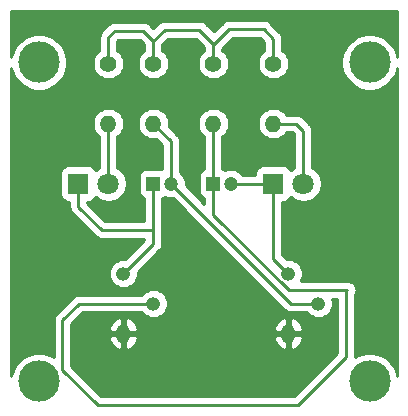
<source format=gbr>
%TF.GenerationSoftware,KiCad,Pcbnew,(5.1.12)-1*%
%TF.CreationDate,2023-08-26T20:17:23+05:30*%
%TF.ProjectId,flasher,666c6173-6865-4722-9e6b-696361645f70,rev?*%
%TF.SameCoordinates,Original*%
%TF.FileFunction,Copper,L2,Bot*%
%TF.FilePolarity,Positive*%
%FSLAX46Y46*%
G04 Gerber Fmt 4.6, Leading zero omitted, Abs format (unit mm)*
G04 Created by KiCad (PCBNEW (5.1.12)-1) date 2023-08-26 20:17:23*
%MOMM*%
%LPD*%
G01*
G04 APERTURE LIST*
%TA.AperFunction,ComponentPad*%
%ADD10O,1.400000X1.400000*%
%TD*%
%TA.AperFunction,ComponentPad*%
%ADD11C,1.400000*%
%TD*%
%TA.AperFunction,ComponentPad*%
%ADD12O,1.200000X1.200000*%
%TD*%
%TA.AperFunction,ComponentPad*%
%ADD13O,1.200000X1.600000*%
%TD*%
%TA.AperFunction,ComponentPad*%
%ADD14C,1.800000*%
%TD*%
%TA.AperFunction,ComponentPad*%
%ADD15R,1.800000X1.800000*%
%TD*%
%TA.AperFunction,ComponentPad*%
%ADD16C,1.200000*%
%TD*%
%TA.AperFunction,ComponentPad*%
%ADD17R,1.200000X1.200000*%
%TD*%
%TA.AperFunction,ViaPad*%
%ADD18C,3.500000*%
%TD*%
%TA.AperFunction,Conductor*%
%ADD19C,0.250000*%
%TD*%
%TA.AperFunction,Conductor*%
%ADD20C,0.254000*%
%TD*%
%TA.AperFunction,Conductor*%
%ADD21C,0.100000*%
%TD*%
G04 APERTURE END LIST*
D10*
%TO.P,R4,2*%
%TO.N,Net-(D2-Pad2)*%
X149860000Y-90170000D03*
D11*
%TO.P,R4,1*%
%TO.N,VCC*%
X149860000Y-85090000D03*
%TD*%
D10*
%TO.P,R3,2*%
%TO.N,Net-(C2-Pad1)*%
X144780000Y-90170000D03*
D11*
%TO.P,R3,1*%
%TO.N,VCC*%
X144780000Y-85090000D03*
%TD*%
D10*
%TO.P,R2,2*%
%TO.N,Net-(C1-Pad2)*%
X139700000Y-90170000D03*
D11*
%TO.P,R2,1*%
%TO.N,VCC*%
X139700000Y-85090000D03*
%TD*%
D10*
%TO.P,R1,2*%
%TO.N,Net-(D1-Pad2)*%
X135890000Y-90170000D03*
D11*
%TO.P,R1,1*%
%TO.N,VCC*%
X135890000Y-85090000D03*
%TD*%
D12*
%TO.P,Q2,3*%
%TO.N,Net-(C2-Pad2)*%
X151130000Y-102870000D03*
%TO.P,Q2,2*%
%TO.N,Net-(C1-Pad2)*%
X153670000Y-105410000D03*
D13*
%TO.P,Q2,1*%
%TO.N,Earth*%
X151130000Y-107950000D03*
%TD*%
D12*
%TO.P,Q1,3*%
%TO.N,Net-(C1-Pad1)*%
X137160000Y-102870000D03*
%TO.P,Q1,2*%
%TO.N,Net-(C2-Pad1)*%
X139700000Y-105410000D03*
D13*
%TO.P,Q1,1*%
%TO.N,Earth*%
X137160000Y-107950000D03*
%TD*%
D14*
%TO.P,D2,2*%
%TO.N,Net-(D2-Pad2)*%
X152400000Y-95250000D03*
D15*
%TO.P,D2,1*%
%TO.N,Net-(C2-Pad2)*%
X149860000Y-95250000D03*
%TD*%
D14*
%TO.P,D1,2*%
%TO.N,Net-(D1-Pad2)*%
X135890000Y-95250000D03*
D15*
%TO.P,D1,1*%
%TO.N,Net-(C1-Pad1)*%
X133350000Y-95250000D03*
%TD*%
D16*
%TO.P,C2,2*%
%TO.N,Net-(C2-Pad2)*%
X146280000Y-95250000D03*
D17*
%TO.P,C2,1*%
%TO.N,Net-(C2-Pad1)*%
X144780000Y-95250000D03*
%TD*%
D16*
%TO.P,C1,2*%
%TO.N,Net-(C1-Pad2)*%
X141200000Y-95250000D03*
D17*
%TO.P,C1,1*%
%TO.N,Net-(C1-Pad1)*%
X139700000Y-95250000D03*
%TD*%
D18*
%TO.N,*%
X158000000Y-85000000D03*
X158000000Y-112000000D03*
X130000000Y-85000000D03*
X130000000Y-112000000D03*
%TD*%
D19*
%TO.N,Net-(C1-Pad2)*%
X141200000Y-91670000D02*
X141200000Y-95250000D01*
X139700000Y-90170000D02*
X141200000Y-91670000D01*
X153670000Y-105410000D02*
X151360000Y-105410000D01*
X151360000Y-105410000D02*
X141200000Y-95250000D01*
%TO.N,Net-(C1-Pad1)*%
X139700000Y-100330000D02*
X137160000Y-102870000D01*
X133350000Y-95250000D02*
X133350000Y-97220000D01*
X133350000Y-97220000D02*
X135310000Y-99180000D01*
X139610000Y-99180000D02*
X139700000Y-99270000D01*
X135310000Y-99180000D02*
X139610000Y-99180000D01*
X139700000Y-99270000D02*
X139700000Y-100330000D01*
X139700000Y-95250000D02*
X139700000Y-99270000D01*
%TO.N,Net-(C2-Pad2)*%
X149860000Y-101600000D02*
X151130000Y-102870000D01*
X149860000Y-95250000D02*
X149860000Y-101600000D01*
X149860000Y-95250000D02*
X146280000Y-95250000D01*
%TO.N,Net-(C2-Pad1)*%
X144780000Y-90170000D02*
X144780000Y-95250000D01*
X151150998Y-104260000D02*
X144780000Y-97889002D01*
X156130000Y-104260000D02*
X151150998Y-104260000D01*
X156000000Y-109920000D02*
X156000000Y-104390000D01*
X151950000Y-113970000D02*
X156000000Y-109920000D01*
X134970000Y-113970000D02*
X151950000Y-113970000D01*
X156000000Y-104390000D02*
X156130000Y-104260000D01*
X132000000Y-111000000D02*
X134970000Y-113970000D01*
X132000000Y-106840000D02*
X132000000Y-111000000D01*
X133430000Y-105410000D02*
X132000000Y-106840000D01*
X144780000Y-97889002D02*
X144780000Y-95250000D01*
X139700000Y-105410000D02*
X133430000Y-105410000D01*
%TO.N,Net-(D1-Pad2)*%
X135890000Y-90170000D02*
X135890000Y-95250000D01*
%TO.N,Net-(D2-Pad2)*%
X151800000Y-90170000D02*
X152400000Y-90770000D01*
X152400000Y-90770000D02*
X152400000Y-95250000D01*
X149860000Y-90170000D02*
X151800000Y-90170000D01*
%TO.N,Earth*%
X151130000Y-107950000D02*
X151130000Y-110760000D01*
X151130000Y-110760000D02*
X148700000Y-113190000D01*
X148700000Y-113190000D02*
X139680000Y-113190000D01*
X137160000Y-110670000D02*
X137160000Y-107950000D01*
X139680000Y-113190000D02*
X137160000Y-110670000D01*
%TO.N,VCC*%
X144780000Y-83510000D02*
X144780000Y-85090000D01*
X146140000Y-82150000D02*
X144780000Y-83510000D01*
X149020000Y-82150000D02*
X146140000Y-82150000D01*
X149860000Y-82990000D02*
X149020000Y-82150000D01*
X149860000Y-85090000D02*
X149860000Y-82990000D01*
X144780000Y-83510000D02*
X144780000Y-83400000D01*
X144780000Y-83400000D02*
X143600000Y-82220000D01*
X143600000Y-82220000D02*
X140640000Y-82220000D01*
X139700000Y-83160000D02*
X139700000Y-85090000D01*
X140640000Y-82220000D02*
X139700000Y-83160000D01*
X138850000Y-82310000D02*
X139700000Y-83160000D01*
X135890000Y-82830000D02*
X136410000Y-82310000D01*
X136410000Y-82310000D02*
X138850000Y-82310000D01*
X135890000Y-85090000D02*
X135890000Y-82830000D01*
%TD*%
D20*
%TO.N,Earth*%
X160340000Y-84538867D02*
X160293346Y-84304321D01*
X160113560Y-83870279D01*
X159852550Y-83479651D01*
X159520349Y-83147450D01*
X159129721Y-82886440D01*
X158695679Y-82706654D01*
X158234902Y-82615000D01*
X157765098Y-82615000D01*
X157304321Y-82706654D01*
X156870279Y-82886440D01*
X156479651Y-83147450D01*
X156147450Y-83479651D01*
X155886440Y-83870279D01*
X155706654Y-84304321D01*
X155615000Y-84765098D01*
X155615000Y-85234902D01*
X155706654Y-85695679D01*
X155886440Y-86129721D01*
X156147450Y-86520349D01*
X156479651Y-86852550D01*
X156870279Y-87113560D01*
X157304321Y-87293346D01*
X157765098Y-87385000D01*
X158234902Y-87385000D01*
X158695679Y-87293346D01*
X159129721Y-87113560D01*
X159520349Y-86852550D01*
X159852550Y-86520349D01*
X160113560Y-86129721D01*
X160293346Y-85695679D01*
X160340000Y-85461133D01*
X160340001Y-111538872D01*
X160293346Y-111304321D01*
X160113560Y-110870279D01*
X159852550Y-110479651D01*
X159520349Y-110147450D01*
X159129721Y-109886440D01*
X158695679Y-109706654D01*
X158234902Y-109615000D01*
X157765098Y-109615000D01*
X157304321Y-109706654D01*
X156870279Y-109886440D01*
X156759706Y-109960323D01*
X156760000Y-109957333D01*
X156760000Y-109957323D01*
X156763676Y-109920000D01*
X156760000Y-109882677D01*
X156760000Y-104690337D01*
X156764974Y-104684276D01*
X156835546Y-104552247D01*
X156879003Y-104408986D01*
X156893677Y-104260000D01*
X156879003Y-104111014D01*
X156835546Y-103967753D01*
X156764974Y-103835724D01*
X156670001Y-103719999D01*
X156554276Y-103625026D01*
X156422247Y-103554454D01*
X156278986Y-103510997D01*
X156167333Y-103500000D01*
X156167325Y-103500000D01*
X156130000Y-103496324D01*
X156092675Y-103500000D01*
X152194370Y-103500000D01*
X152224443Y-103454992D01*
X152317540Y-103230236D01*
X152365000Y-102991637D01*
X152365000Y-102748363D01*
X152317540Y-102509764D01*
X152224443Y-102285008D01*
X152089287Y-102082733D01*
X151917267Y-101910713D01*
X151714992Y-101775557D01*
X151490236Y-101682460D01*
X151251637Y-101635000D01*
X151008363Y-101635000D01*
X150976199Y-101641398D01*
X150620000Y-101285199D01*
X150620000Y-96788072D01*
X150760000Y-96788072D01*
X150884482Y-96775812D01*
X151004180Y-96739502D01*
X151114494Y-96680537D01*
X151211185Y-96601185D01*
X151290537Y-96504494D01*
X151349502Y-96394180D01*
X151355056Y-96375873D01*
X151421495Y-96442312D01*
X151672905Y-96610299D01*
X151952257Y-96726011D01*
X152248816Y-96785000D01*
X152551184Y-96785000D01*
X152847743Y-96726011D01*
X153127095Y-96610299D01*
X153378505Y-96442312D01*
X153592312Y-96228505D01*
X153760299Y-95977095D01*
X153876011Y-95697743D01*
X153935000Y-95401184D01*
X153935000Y-95098816D01*
X153876011Y-94802257D01*
X153760299Y-94522905D01*
X153592312Y-94271495D01*
X153378505Y-94057688D01*
X153160000Y-93911687D01*
X153160000Y-90807322D01*
X153163676Y-90769999D01*
X153160000Y-90732676D01*
X153160000Y-90732667D01*
X153149003Y-90621014D01*
X153105546Y-90477753D01*
X153034975Y-90345725D01*
X153034974Y-90345723D01*
X152963799Y-90258997D01*
X152940001Y-90229999D01*
X152911004Y-90206202D01*
X152363803Y-89659002D01*
X152340001Y-89629999D01*
X152224276Y-89535026D01*
X152092247Y-89464454D01*
X151948986Y-89420997D01*
X151837333Y-89410000D01*
X151837322Y-89410000D01*
X151800000Y-89406324D01*
X151762678Y-89410000D01*
X150957775Y-89410000D01*
X150896962Y-89318987D01*
X150711013Y-89133038D01*
X150492359Y-88986939D01*
X150249405Y-88886304D01*
X149991486Y-88835000D01*
X149728514Y-88835000D01*
X149470595Y-88886304D01*
X149227641Y-88986939D01*
X149008987Y-89133038D01*
X148823038Y-89318987D01*
X148676939Y-89537641D01*
X148576304Y-89780595D01*
X148525000Y-90038514D01*
X148525000Y-90301486D01*
X148576304Y-90559405D01*
X148676939Y-90802359D01*
X148823038Y-91021013D01*
X149008987Y-91206962D01*
X149227641Y-91353061D01*
X149470595Y-91453696D01*
X149728514Y-91505000D01*
X149991486Y-91505000D01*
X150249405Y-91453696D01*
X150492359Y-91353061D01*
X150711013Y-91206962D01*
X150896962Y-91021013D01*
X150957775Y-90930000D01*
X151485199Y-90930000D01*
X151640000Y-91084802D01*
X151640001Y-93911687D01*
X151421495Y-94057688D01*
X151355056Y-94124127D01*
X151349502Y-94105820D01*
X151290537Y-93995506D01*
X151211185Y-93898815D01*
X151114494Y-93819463D01*
X151004180Y-93760498D01*
X150884482Y-93724188D01*
X150760000Y-93711928D01*
X148960000Y-93711928D01*
X148835518Y-93724188D01*
X148715820Y-93760498D01*
X148605506Y-93819463D01*
X148508815Y-93898815D01*
X148429463Y-93995506D01*
X148370498Y-94105820D01*
X148334188Y-94225518D01*
X148321928Y-94350000D01*
X148321928Y-94490000D01*
X147257506Y-94490000D01*
X147239287Y-94462733D01*
X147067267Y-94290713D01*
X146864992Y-94155557D01*
X146640236Y-94062460D01*
X146401637Y-94015000D01*
X146158363Y-94015000D01*
X145919764Y-94062460D01*
X145750478Y-94132581D01*
X145734494Y-94119463D01*
X145624180Y-94060498D01*
X145540000Y-94034962D01*
X145540000Y-91267775D01*
X145631013Y-91206962D01*
X145816962Y-91021013D01*
X145963061Y-90802359D01*
X146063696Y-90559405D01*
X146115000Y-90301486D01*
X146115000Y-90038514D01*
X146063696Y-89780595D01*
X145963061Y-89537641D01*
X145816962Y-89318987D01*
X145631013Y-89133038D01*
X145412359Y-88986939D01*
X145169405Y-88886304D01*
X144911486Y-88835000D01*
X144648514Y-88835000D01*
X144390595Y-88886304D01*
X144147641Y-88986939D01*
X143928987Y-89133038D01*
X143743038Y-89318987D01*
X143596939Y-89537641D01*
X143496304Y-89780595D01*
X143445000Y-90038514D01*
X143445000Y-90301486D01*
X143496304Y-90559405D01*
X143596939Y-90802359D01*
X143743038Y-91021013D01*
X143928987Y-91206962D01*
X144020000Y-91267775D01*
X144020001Y-94034962D01*
X143935820Y-94060498D01*
X143825506Y-94119463D01*
X143728815Y-94198815D01*
X143649463Y-94295506D01*
X143590498Y-94405820D01*
X143554188Y-94525518D01*
X143541928Y-94650000D01*
X143541928Y-95850000D01*
X143554188Y-95974482D01*
X143590498Y-96094180D01*
X143649463Y-96204494D01*
X143728815Y-96301185D01*
X143825506Y-96380537D01*
X143935820Y-96439502D01*
X144020001Y-96465038D01*
X144020000Y-96995199D01*
X142428602Y-95403801D01*
X142435000Y-95371637D01*
X142435000Y-95128363D01*
X142387540Y-94889764D01*
X142294443Y-94665008D01*
X142159287Y-94462733D01*
X141987267Y-94290713D01*
X141960000Y-94272494D01*
X141960000Y-91707322D01*
X141963676Y-91669999D01*
X141960000Y-91632676D01*
X141960000Y-91632667D01*
X141949003Y-91521014D01*
X141905546Y-91377753D01*
X141834974Y-91245724D01*
X141740001Y-91129999D01*
X141711004Y-91106202D01*
X141013645Y-90408843D01*
X141035000Y-90301486D01*
X141035000Y-90038514D01*
X140983696Y-89780595D01*
X140883061Y-89537641D01*
X140736962Y-89318987D01*
X140551013Y-89133038D01*
X140332359Y-88986939D01*
X140089405Y-88886304D01*
X139831486Y-88835000D01*
X139568514Y-88835000D01*
X139310595Y-88886304D01*
X139067641Y-88986939D01*
X138848987Y-89133038D01*
X138663038Y-89318987D01*
X138516939Y-89537641D01*
X138416304Y-89780595D01*
X138365000Y-90038514D01*
X138365000Y-90301486D01*
X138416304Y-90559405D01*
X138516939Y-90802359D01*
X138663038Y-91021013D01*
X138848987Y-91206962D01*
X139067641Y-91353061D01*
X139310595Y-91453696D01*
X139568514Y-91505000D01*
X139831486Y-91505000D01*
X139938843Y-91483645D01*
X140440000Y-91984802D01*
X140440001Y-94028896D01*
X140424482Y-94024188D01*
X140300000Y-94011928D01*
X139100000Y-94011928D01*
X138975518Y-94024188D01*
X138855820Y-94060498D01*
X138745506Y-94119463D01*
X138648815Y-94198815D01*
X138569463Y-94295506D01*
X138510498Y-94405820D01*
X138474188Y-94525518D01*
X138461928Y-94650000D01*
X138461928Y-95850000D01*
X138474188Y-95974482D01*
X138510498Y-96094180D01*
X138569463Y-96204494D01*
X138648815Y-96301185D01*
X138745506Y-96380537D01*
X138855820Y-96439502D01*
X138940000Y-96465038D01*
X138940001Y-98420000D01*
X135624802Y-98420000D01*
X134110000Y-96905199D01*
X134110000Y-96788072D01*
X134250000Y-96788072D01*
X134374482Y-96775812D01*
X134494180Y-96739502D01*
X134604494Y-96680537D01*
X134701185Y-96601185D01*
X134780537Y-96504494D01*
X134839502Y-96394180D01*
X134845056Y-96375873D01*
X134911495Y-96442312D01*
X135162905Y-96610299D01*
X135442257Y-96726011D01*
X135738816Y-96785000D01*
X136041184Y-96785000D01*
X136337743Y-96726011D01*
X136617095Y-96610299D01*
X136868505Y-96442312D01*
X137082312Y-96228505D01*
X137250299Y-95977095D01*
X137366011Y-95697743D01*
X137425000Y-95401184D01*
X137425000Y-95098816D01*
X137366011Y-94802257D01*
X137250299Y-94522905D01*
X137082312Y-94271495D01*
X136868505Y-94057688D01*
X136650000Y-93911687D01*
X136650000Y-91267775D01*
X136741013Y-91206962D01*
X136926962Y-91021013D01*
X137073061Y-90802359D01*
X137173696Y-90559405D01*
X137225000Y-90301486D01*
X137225000Y-90038514D01*
X137173696Y-89780595D01*
X137073061Y-89537641D01*
X136926962Y-89318987D01*
X136741013Y-89133038D01*
X136522359Y-88986939D01*
X136279405Y-88886304D01*
X136021486Y-88835000D01*
X135758514Y-88835000D01*
X135500595Y-88886304D01*
X135257641Y-88986939D01*
X135038987Y-89133038D01*
X134853038Y-89318987D01*
X134706939Y-89537641D01*
X134606304Y-89780595D01*
X134555000Y-90038514D01*
X134555000Y-90301486D01*
X134606304Y-90559405D01*
X134706939Y-90802359D01*
X134853038Y-91021013D01*
X135038987Y-91206962D01*
X135130000Y-91267775D01*
X135130001Y-93911687D01*
X134911495Y-94057688D01*
X134845056Y-94124127D01*
X134839502Y-94105820D01*
X134780537Y-93995506D01*
X134701185Y-93898815D01*
X134604494Y-93819463D01*
X134494180Y-93760498D01*
X134374482Y-93724188D01*
X134250000Y-93711928D01*
X132450000Y-93711928D01*
X132325518Y-93724188D01*
X132205820Y-93760498D01*
X132095506Y-93819463D01*
X131998815Y-93898815D01*
X131919463Y-93995506D01*
X131860498Y-94105820D01*
X131824188Y-94225518D01*
X131811928Y-94350000D01*
X131811928Y-96150000D01*
X131824188Y-96274482D01*
X131860498Y-96394180D01*
X131919463Y-96504494D01*
X131998815Y-96601185D01*
X132095506Y-96680537D01*
X132205820Y-96739502D01*
X132325518Y-96775812D01*
X132450000Y-96788072D01*
X132590001Y-96788072D01*
X132590001Y-97182668D01*
X132586324Y-97220000D01*
X132600998Y-97368985D01*
X132644454Y-97512246D01*
X132715026Y-97644276D01*
X132786201Y-97731002D01*
X132810000Y-97760001D01*
X132838998Y-97783799D01*
X134746200Y-99691002D01*
X134769999Y-99720001D01*
X134798997Y-99743799D01*
X134885724Y-99814974D01*
X135017753Y-99885546D01*
X135161014Y-99929003D01*
X135310000Y-99943677D01*
X135347333Y-99940000D01*
X138940001Y-99940000D01*
X138940001Y-100015197D01*
X137313801Y-101641398D01*
X137281637Y-101635000D01*
X137038363Y-101635000D01*
X136799764Y-101682460D01*
X136575008Y-101775557D01*
X136372733Y-101910713D01*
X136200713Y-102082733D01*
X136065557Y-102285008D01*
X135972460Y-102509764D01*
X135925000Y-102748363D01*
X135925000Y-102991637D01*
X135972460Y-103230236D01*
X136065557Y-103454992D01*
X136200713Y-103657267D01*
X136372733Y-103829287D01*
X136575008Y-103964443D01*
X136799764Y-104057540D01*
X137038363Y-104105000D01*
X137281637Y-104105000D01*
X137520236Y-104057540D01*
X137744992Y-103964443D01*
X137947267Y-103829287D01*
X138119287Y-103657267D01*
X138254443Y-103454992D01*
X138347540Y-103230236D01*
X138395000Y-102991637D01*
X138395000Y-102748363D01*
X138388602Y-102716199D01*
X140211008Y-100893795D01*
X140240001Y-100870001D01*
X140263795Y-100841008D01*
X140263799Y-100841004D01*
X140334973Y-100754277D01*
X140334974Y-100754276D01*
X140405546Y-100622247D01*
X140449003Y-100478986D01*
X140460000Y-100367333D01*
X140460000Y-100367324D01*
X140463676Y-100330001D01*
X140460000Y-100292678D01*
X140460000Y-99307322D01*
X140463676Y-99269999D01*
X140460000Y-99232677D01*
X140460000Y-96465038D01*
X140544180Y-96439502D01*
X140654494Y-96380537D01*
X140670478Y-96367419D01*
X140839764Y-96437540D01*
X141078363Y-96485000D01*
X141321637Y-96485000D01*
X141353801Y-96478602D01*
X150796201Y-105921003D01*
X150819999Y-105950001D01*
X150935724Y-106044974D01*
X151067753Y-106115546D01*
X151211014Y-106159003D01*
X151322667Y-106170000D01*
X151322675Y-106170000D01*
X151360000Y-106173676D01*
X151397325Y-106170000D01*
X152692494Y-106170000D01*
X152710713Y-106197267D01*
X152882733Y-106369287D01*
X153085008Y-106504443D01*
X153309764Y-106597540D01*
X153548363Y-106645000D01*
X153791637Y-106645000D01*
X154030236Y-106597540D01*
X154254992Y-106504443D01*
X154457267Y-106369287D01*
X154629287Y-106197267D01*
X154764443Y-105994992D01*
X154857540Y-105770236D01*
X154905000Y-105531637D01*
X154905000Y-105288363D01*
X154857540Y-105049764D01*
X154845211Y-105020000D01*
X155240001Y-105020000D01*
X155240000Y-109605198D01*
X151635199Y-113210000D01*
X135284802Y-113210000D01*
X132760000Y-110685199D01*
X132760000Y-108271681D01*
X135925087Y-108271681D01*
X135972554Y-108510263D01*
X136065654Y-108735000D01*
X136200809Y-108937256D01*
X136372826Y-109109258D01*
X136575093Y-109244396D01*
X136799838Y-109337477D01*
X136842391Y-109343462D01*
X137033000Y-109218731D01*
X137033000Y-108077000D01*
X137287000Y-108077000D01*
X137287000Y-109218731D01*
X137477609Y-109343462D01*
X137520162Y-109337477D01*
X137744907Y-109244396D01*
X137947174Y-109109258D01*
X138119191Y-108937256D01*
X138254346Y-108735000D01*
X138347446Y-108510263D01*
X138394913Y-108271681D01*
X149895087Y-108271681D01*
X149942554Y-108510263D01*
X150035654Y-108735000D01*
X150170809Y-108937256D01*
X150342826Y-109109258D01*
X150545093Y-109244396D01*
X150769838Y-109337477D01*
X150812391Y-109343462D01*
X151003000Y-109218731D01*
X151003000Y-108077000D01*
X151257000Y-108077000D01*
X151257000Y-109218731D01*
X151447609Y-109343462D01*
X151490162Y-109337477D01*
X151714907Y-109244396D01*
X151917174Y-109109258D01*
X152089191Y-108937256D01*
X152224346Y-108735000D01*
X152317446Y-108510263D01*
X152364913Y-108271681D01*
X152209994Y-108077000D01*
X151257000Y-108077000D01*
X151003000Y-108077000D01*
X150050006Y-108077000D01*
X149895087Y-108271681D01*
X138394913Y-108271681D01*
X138239994Y-108077000D01*
X137287000Y-108077000D01*
X137033000Y-108077000D01*
X136080006Y-108077000D01*
X135925087Y-108271681D01*
X132760000Y-108271681D01*
X132760000Y-107628319D01*
X135925087Y-107628319D01*
X136080006Y-107823000D01*
X137033000Y-107823000D01*
X137033000Y-106681269D01*
X137287000Y-106681269D01*
X137287000Y-107823000D01*
X138239994Y-107823000D01*
X138394913Y-107628319D01*
X149895087Y-107628319D01*
X150050006Y-107823000D01*
X151003000Y-107823000D01*
X151003000Y-106681269D01*
X151257000Y-106681269D01*
X151257000Y-107823000D01*
X152209994Y-107823000D01*
X152364913Y-107628319D01*
X152317446Y-107389737D01*
X152224346Y-107165000D01*
X152089191Y-106962744D01*
X151917174Y-106790742D01*
X151714907Y-106655604D01*
X151490162Y-106562523D01*
X151447609Y-106556538D01*
X151257000Y-106681269D01*
X151003000Y-106681269D01*
X150812391Y-106556538D01*
X150769838Y-106562523D01*
X150545093Y-106655604D01*
X150342826Y-106790742D01*
X150170809Y-106962744D01*
X150035654Y-107165000D01*
X149942554Y-107389737D01*
X149895087Y-107628319D01*
X138394913Y-107628319D01*
X138347446Y-107389737D01*
X138254346Y-107165000D01*
X138119191Y-106962744D01*
X137947174Y-106790742D01*
X137744907Y-106655604D01*
X137520162Y-106562523D01*
X137477609Y-106556538D01*
X137287000Y-106681269D01*
X137033000Y-106681269D01*
X136842391Y-106556538D01*
X136799838Y-106562523D01*
X136575093Y-106655604D01*
X136372826Y-106790742D01*
X136200809Y-106962744D01*
X136065654Y-107165000D01*
X135972554Y-107389737D01*
X135925087Y-107628319D01*
X132760000Y-107628319D01*
X132760000Y-107154801D01*
X133744803Y-106170000D01*
X138722494Y-106170000D01*
X138740713Y-106197267D01*
X138912733Y-106369287D01*
X139115008Y-106504443D01*
X139339764Y-106597540D01*
X139578363Y-106645000D01*
X139821637Y-106645000D01*
X140060236Y-106597540D01*
X140284992Y-106504443D01*
X140487267Y-106369287D01*
X140659287Y-106197267D01*
X140794443Y-105994992D01*
X140887540Y-105770236D01*
X140935000Y-105531637D01*
X140935000Y-105288363D01*
X140887540Y-105049764D01*
X140794443Y-104825008D01*
X140659287Y-104622733D01*
X140487267Y-104450713D01*
X140284992Y-104315557D01*
X140060236Y-104222460D01*
X139821637Y-104175000D01*
X139578363Y-104175000D01*
X139339764Y-104222460D01*
X139115008Y-104315557D01*
X138912733Y-104450713D01*
X138740713Y-104622733D01*
X138722494Y-104650000D01*
X133467322Y-104650000D01*
X133429999Y-104646324D01*
X133392676Y-104650000D01*
X133392667Y-104650000D01*
X133281014Y-104660997D01*
X133137753Y-104704454D01*
X133005724Y-104775026D01*
X133005722Y-104775027D01*
X133005723Y-104775027D01*
X132918996Y-104846201D01*
X132918992Y-104846205D01*
X132889999Y-104869999D01*
X132866205Y-104898992D01*
X131489002Y-106276197D01*
X131459999Y-106299999D01*
X131404871Y-106367174D01*
X131365026Y-106415724D01*
X131294455Y-106547753D01*
X131294454Y-106547754D01*
X131250997Y-106691015D01*
X131240000Y-106802668D01*
X131240000Y-106802678D01*
X131236324Y-106840000D01*
X131240000Y-106877323D01*
X131240001Y-109960127D01*
X131129721Y-109886440D01*
X130695679Y-109706654D01*
X130234902Y-109615000D01*
X129765098Y-109615000D01*
X129304321Y-109706654D01*
X128870279Y-109886440D01*
X128479651Y-110147450D01*
X128147450Y-110479651D01*
X127886440Y-110870279D01*
X127706654Y-111304321D01*
X127660000Y-111538867D01*
X127660000Y-85461133D01*
X127706654Y-85695679D01*
X127886440Y-86129721D01*
X128147450Y-86520349D01*
X128479651Y-86852550D01*
X128870279Y-87113560D01*
X129304321Y-87293346D01*
X129765098Y-87385000D01*
X130234902Y-87385000D01*
X130695679Y-87293346D01*
X131129721Y-87113560D01*
X131520349Y-86852550D01*
X131852550Y-86520349D01*
X132113560Y-86129721D01*
X132293346Y-85695679D01*
X132385000Y-85234902D01*
X132385000Y-84958514D01*
X134555000Y-84958514D01*
X134555000Y-85221486D01*
X134606304Y-85479405D01*
X134706939Y-85722359D01*
X134853038Y-85941013D01*
X135038987Y-86126962D01*
X135257641Y-86273061D01*
X135500595Y-86373696D01*
X135758514Y-86425000D01*
X136021486Y-86425000D01*
X136279405Y-86373696D01*
X136522359Y-86273061D01*
X136741013Y-86126962D01*
X136926962Y-85941013D01*
X137073061Y-85722359D01*
X137173696Y-85479405D01*
X137225000Y-85221486D01*
X137225000Y-84958514D01*
X137173696Y-84700595D01*
X137073061Y-84457641D01*
X136926962Y-84238987D01*
X136741013Y-84053038D01*
X136650000Y-83992225D01*
X136650000Y-83144801D01*
X136724802Y-83070000D01*
X138535199Y-83070000D01*
X138940000Y-83474802D01*
X138940000Y-83992225D01*
X138848987Y-84053038D01*
X138663038Y-84238987D01*
X138516939Y-84457641D01*
X138416304Y-84700595D01*
X138365000Y-84958514D01*
X138365000Y-85221486D01*
X138416304Y-85479405D01*
X138516939Y-85722359D01*
X138663038Y-85941013D01*
X138848987Y-86126962D01*
X139067641Y-86273061D01*
X139310595Y-86373696D01*
X139568514Y-86425000D01*
X139831486Y-86425000D01*
X140089405Y-86373696D01*
X140332359Y-86273061D01*
X140551013Y-86126962D01*
X140736962Y-85941013D01*
X140883061Y-85722359D01*
X140983696Y-85479405D01*
X141035000Y-85221486D01*
X141035000Y-84958514D01*
X140983696Y-84700595D01*
X140883061Y-84457641D01*
X140736962Y-84238987D01*
X140551013Y-84053038D01*
X140460000Y-83992225D01*
X140460000Y-83474801D01*
X140954802Y-82980000D01*
X143285199Y-82980000D01*
X144020000Y-83714802D01*
X144020000Y-83992225D01*
X143928987Y-84053038D01*
X143743038Y-84238987D01*
X143596939Y-84457641D01*
X143496304Y-84700595D01*
X143445000Y-84958514D01*
X143445000Y-85221486D01*
X143496304Y-85479405D01*
X143596939Y-85722359D01*
X143743038Y-85941013D01*
X143928987Y-86126962D01*
X144147641Y-86273061D01*
X144390595Y-86373696D01*
X144648514Y-86425000D01*
X144911486Y-86425000D01*
X145169405Y-86373696D01*
X145412359Y-86273061D01*
X145631013Y-86126962D01*
X145816962Y-85941013D01*
X145963061Y-85722359D01*
X146063696Y-85479405D01*
X146115000Y-85221486D01*
X146115000Y-84958514D01*
X146063696Y-84700595D01*
X145963061Y-84457641D01*
X145816962Y-84238987D01*
X145631013Y-84053038D01*
X145540000Y-83992225D01*
X145540000Y-83824801D01*
X146454803Y-82910000D01*
X148705198Y-82910000D01*
X149100001Y-83304803D01*
X149100001Y-83992225D01*
X149008987Y-84053038D01*
X148823038Y-84238987D01*
X148676939Y-84457641D01*
X148576304Y-84700595D01*
X148525000Y-84958514D01*
X148525000Y-85221486D01*
X148576304Y-85479405D01*
X148676939Y-85722359D01*
X148823038Y-85941013D01*
X149008987Y-86126962D01*
X149227641Y-86273061D01*
X149470595Y-86373696D01*
X149728514Y-86425000D01*
X149991486Y-86425000D01*
X150249405Y-86373696D01*
X150492359Y-86273061D01*
X150711013Y-86126962D01*
X150896962Y-85941013D01*
X151043061Y-85722359D01*
X151143696Y-85479405D01*
X151195000Y-85221486D01*
X151195000Y-84958514D01*
X151143696Y-84700595D01*
X151043061Y-84457641D01*
X150896962Y-84238987D01*
X150711013Y-84053038D01*
X150620000Y-83992225D01*
X150620000Y-83027322D01*
X150623676Y-82989999D01*
X150620000Y-82952676D01*
X150620000Y-82952667D01*
X150609003Y-82841014D01*
X150565546Y-82697753D01*
X150494974Y-82565724D01*
X150451086Y-82512246D01*
X150423799Y-82478996D01*
X150423795Y-82478992D01*
X150400001Y-82449999D01*
X150371008Y-82426205D01*
X149583803Y-81639002D01*
X149560001Y-81609999D01*
X149444276Y-81515026D01*
X149312247Y-81444454D01*
X149168986Y-81400997D01*
X149057333Y-81390000D01*
X149057322Y-81390000D01*
X149020000Y-81386324D01*
X148982678Y-81390000D01*
X146177322Y-81390000D01*
X146139999Y-81386324D01*
X146102676Y-81390000D01*
X146102667Y-81390000D01*
X145991014Y-81400997D01*
X145847753Y-81444454D01*
X145715724Y-81515026D01*
X145715722Y-81515027D01*
X145715723Y-81515027D01*
X145628996Y-81586201D01*
X145628992Y-81586205D01*
X145599999Y-81609999D01*
X145576205Y-81638992D01*
X144835000Y-82380198D01*
X144163804Y-81709003D01*
X144140001Y-81679999D01*
X144024276Y-81585026D01*
X143892247Y-81514454D01*
X143748986Y-81470997D01*
X143637333Y-81460000D01*
X143637322Y-81460000D01*
X143600000Y-81456324D01*
X143562678Y-81460000D01*
X140677325Y-81460000D01*
X140640000Y-81456324D01*
X140602675Y-81460000D01*
X140602667Y-81460000D01*
X140491014Y-81470997D01*
X140347753Y-81514454D01*
X140215724Y-81585026D01*
X140099999Y-81679999D01*
X140076201Y-81708997D01*
X139700000Y-82085199D01*
X139413803Y-81799002D01*
X139390001Y-81769999D01*
X139274276Y-81675026D01*
X139142247Y-81604454D01*
X138998986Y-81560997D01*
X138887333Y-81550000D01*
X138887322Y-81550000D01*
X138850000Y-81546324D01*
X138812678Y-81550000D01*
X136447322Y-81550000D01*
X136409999Y-81546324D01*
X136372676Y-81550000D01*
X136372667Y-81550000D01*
X136261014Y-81560997D01*
X136117753Y-81604454D01*
X135985723Y-81675026D01*
X135923948Y-81725724D01*
X135869999Y-81769999D01*
X135846200Y-81798998D01*
X135378998Y-82266201D01*
X135350000Y-82289999D01*
X135326202Y-82318997D01*
X135326201Y-82318998D01*
X135255026Y-82405724D01*
X135184454Y-82537754D01*
X135164891Y-82602247D01*
X135140998Y-82681014D01*
X135135609Y-82735725D01*
X135126324Y-82830000D01*
X135130001Y-82867332D01*
X135130000Y-83992225D01*
X135038987Y-84053038D01*
X134853038Y-84238987D01*
X134706939Y-84457641D01*
X134606304Y-84700595D01*
X134555000Y-84958514D01*
X132385000Y-84958514D01*
X132385000Y-84765098D01*
X132293346Y-84304321D01*
X132113560Y-83870279D01*
X131852550Y-83479651D01*
X131520349Y-83147450D01*
X131129721Y-82886440D01*
X130695679Y-82706654D01*
X130234902Y-82615000D01*
X129765098Y-82615000D01*
X129304321Y-82706654D01*
X128870279Y-82886440D01*
X128479651Y-83147450D01*
X128147450Y-83479651D01*
X127886440Y-83870279D01*
X127706654Y-84304321D01*
X127660000Y-84538867D01*
X127660000Y-80660000D01*
X160340000Y-80660000D01*
X160340000Y-84538867D01*
%TA.AperFunction,Conductor*%
D21*
G36*
X160340000Y-84538867D02*
G01*
X160293346Y-84304321D01*
X160113560Y-83870279D01*
X159852550Y-83479651D01*
X159520349Y-83147450D01*
X159129721Y-82886440D01*
X158695679Y-82706654D01*
X158234902Y-82615000D01*
X157765098Y-82615000D01*
X157304321Y-82706654D01*
X156870279Y-82886440D01*
X156479651Y-83147450D01*
X156147450Y-83479651D01*
X155886440Y-83870279D01*
X155706654Y-84304321D01*
X155615000Y-84765098D01*
X155615000Y-85234902D01*
X155706654Y-85695679D01*
X155886440Y-86129721D01*
X156147450Y-86520349D01*
X156479651Y-86852550D01*
X156870279Y-87113560D01*
X157304321Y-87293346D01*
X157765098Y-87385000D01*
X158234902Y-87385000D01*
X158695679Y-87293346D01*
X159129721Y-87113560D01*
X159520349Y-86852550D01*
X159852550Y-86520349D01*
X160113560Y-86129721D01*
X160293346Y-85695679D01*
X160340000Y-85461133D01*
X160340001Y-111538872D01*
X160293346Y-111304321D01*
X160113560Y-110870279D01*
X159852550Y-110479651D01*
X159520349Y-110147450D01*
X159129721Y-109886440D01*
X158695679Y-109706654D01*
X158234902Y-109615000D01*
X157765098Y-109615000D01*
X157304321Y-109706654D01*
X156870279Y-109886440D01*
X156759706Y-109960323D01*
X156760000Y-109957333D01*
X156760000Y-109957323D01*
X156763676Y-109920000D01*
X156760000Y-109882677D01*
X156760000Y-104690337D01*
X156764974Y-104684276D01*
X156835546Y-104552247D01*
X156879003Y-104408986D01*
X156893677Y-104260000D01*
X156879003Y-104111014D01*
X156835546Y-103967753D01*
X156764974Y-103835724D01*
X156670001Y-103719999D01*
X156554276Y-103625026D01*
X156422247Y-103554454D01*
X156278986Y-103510997D01*
X156167333Y-103500000D01*
X156167325Y-103500000D01*
X156130000Y-103496324D01*
X156092675Y-103500000D01*
X152194370Y-103500000D01*
X152224443Y-103454992D01*
X152317540Y-103230236D01*
X152365000Y-102991637D01*
X152365000Y-102748363D01*
X152317540Y-102509764D01*
X152224443Y-102285008D01*
X152089287Y-102082733D01*
X151917267Y-101910713D01*
X151714992Y-101775557D01*
X151490236Y-101682460D01*
X151251637Y-101635000D01*
X151008363Y-101635000D01*
X150976199Y-101641398D01*
X150620000Y-101285199D01*
X150620000Y-96788072D01*
X150760000Y-96788072D01*
X150884482Y-96775812D01*
X151004180Y-96739502D01*
X151114494Y-96680537D01*
X151211185Y-96601185D01*
X151290537Y-96504494D01*
X151349502Y-96394180D01*
X151355056Y-96375873D01*
X151421495Y-96442312D01*
X151672905Y-96610299D01*
X151952257Y-96726011D01*
X152248816Y-96785000D01*
X152551184Y-96785000D01*
X152847743Y-96726011D01*
X153127095Y-96610299D01*
X153378505Y-96442312D01*
X153592312Y-96228505D01*
X153760299Y-95977095D01*
X153876011Y-95697743D01*
X153935000Y-95401184D01*
X153935000Y-95098816D01*
X153876011Y-94802257D01*
X153760299Y-94522905D01*
X153592312Y-94271495D01*
X153378505Y-94057688D01*
X153160000Y-93911687D01*
X153160000Y-90807322D01*
X153163676Y-90769999D01*
X153160000Y-90732676D01*
X153160000Y-90732667D01*
X153149003Y-90621014D01*
X153105546Y-90477753D01*
X153034975Y-90345725D01*
X153034974Y-90345723D01*
X152963799Y-90258997D01*
X152940001Y-90229999D01*
X152911004Y-90206202D01*
X152363803Y-89659002D01*
X152340001Y-89629999D01*
X152224276Y-89535026D01*
X152092247Y-89464454D01*
X151948986Y-89420997D01*
X151837333Y-89410000D01*
X151837322Y-89410000D01*
X151800000Y-89406324D01*
X151762678Y-89410000D01*
X150957775Y-89410000D01*
X150896962Y-89318987D01*
X150711013Y-89133038D01*
X150492359Y-88986939D01*
X150249405Y-88886304D01*
X149991486Y-88835000D01*
X149728514Y-88835000D01*
X149470595Y-88886304D01*
X149227641Y-88986939D01*
X149008987Y-89133038D01*
X148823038Y-89318987D01*
X148676939Y-89537641D01*
X148576304Y-89780595D01*
X148525000Y-90038514D01*
X148525000Y-90301486D01*
X148576304Y-90559405D01*
X148676939Y-90802359D01*
X148823038Y-91021013D01*
X149008987Y-91206962D01*
X149227641Y-91353061D01*
X149470595Y-91453696D01*
X149728514Y-91505000D01*
X149991486Y-91505000D01*
X150249405Y-91453696D01*
X150492359Y-91353061D01*
X150711013Y-91206962D01*
X150896962Y-91021013D01*
X150957775Y-90930000D01*
X151485199Y-90930000D01*
X151640000Y-91084802D01*
X151640001Y-93911687D01*
X151421495Y-94057688D01*
X151355056Y-94124127D01*
X151349502Y-94105820D01*
X151290537Y-93995506D01*
X151211185Y-93898815D01*
X151114494Y-93819463D01*
X151004180Y-93760498D01*
X150884482Y-93724188D01*
X150760000Y-93711928D01*
X148960000Y-93711928D01*
X148835518Y-93724188D01*
X148715820Y-93760498D01*
X148605506Y-93819463D01*
X148508815Y-93898815D01*
X148429463Y-93995506D01*
X148370498Y-94105820D01*
X148334188Y-94225518D01*
X148321928Y-94350000D01*
X148321928Y-94490000D01*
X147257506Y-94490000D01*
X147239287Y-94462733D01*
X147067267Y-94290713D01*
X146864992Y-94155557D01*
X146640236Y-94062460D01*
X146401637Y-94015000D01*
X146158363Y-94015000D01*
X145919764Y-94062460D01*
X145750478Y-94132581D01*
X145734494Y-94119463D01*
X145624180Y-94060498D01*
X145540000Y-94034962D01*
X145540000Y-91267775D01*
X145631013Y-91206962D01*
X145816962Y-91021013D01*
X145963061Y-90802359D01*
X146063696Y-90559405D01*
X146115000Y-90301486D01*
X146115000Y-90038514D01*
X146063696Y-89780595D01*
X145963061Y-89537641D01*
X145816962Y-89318987D01*
X145631013Y-89133038D01*
X145412359Y-88986939D01*
X145169405Y-88886304D01*
X144911486Y-88835000D01*
X144648514Y-88835000D01*
X144390595Y-88886304D01*
X144147641Y-88986939D01*
X143928987Y-89133038D01*
X143743038Y-89318987D01*
X143596939Y-89537641D01*
X143496304Y-89780595D01*
X143445000Y-90038514D01*
X143445000Y-90301486D01*
X143496304Y-90559405D01*
X143596939Y-90802359D01*
X143743038Y-91021013D01*
X143928987Y-91206962D01*
X144020000Y-91267775D01*
X144020001Y-94034962D01*
X143935820Y-94060498D01*
X143825506Y-94119463D01*
X143728815Y-94198815D01*
X143649463Y-94295506D01*
X143590498Y-94405820D01*
X143554188Y-94525518D01*
X143541928Y-94650000D01*
X143541928Y-95850000D01*
X143554188Y-95974482D01*
X143590498Y-96094180D01*
X143649463Y-96204494D01*
X143728815Y-96301185D01*
X143825506Y-96380537D01*
X143935820Y-96439502D01*
X144020001Y-96465038D01*
X144020000Y-96995199D01*
X142428602Y-95403801D01*
X142435000Y-95371637D01*
X142435000Y-95128363D01*
X142387540Y-94889764D01*
X142294443Y-94665008D01*
X142159287Y-94462733D01*
X141987267Y-94290713D01*
X141960000Y-94272494D01*
X141960000Y-91707322D01*
X141963676Y-91669999D01*
X141960000Y-91632676D01*
X141960000Y-91632667D01*
X141949003Y-91521014D01*
X141905546Y-91377753D01*
X141834974Y-91245724D01*
X141740001Y-91129999D01*
X141711004Y-91106202D01*
X141013645Y-90408843D01*
X141035000Y-90301486D01*
X141035000Y-90038514D01*
X140983696Y-89780595D01*
X140883061Y-89537641D01*
X140736962Y-89318987D01*
X140551013Y-89133038D01*
X140332359Y-88986939D01*
X140089405Y-88886304D01*
X139831486Y-88835000D01*
X139568514Y-88835000D01*
X139310595Y-88886304D01*
X139067641Y-88986939D01*
X138848987Y-89133038D01*
X138663038Y-89318987D01*
X138516939Y-89537641D01*
X138416304Y-89780595D01*
X138365000Y-90038514D01*
X138365000Y-90301486D01*
X138416304Y-90559405D01*
X138516939Y-90802359D01*
X138663038Y-91021013D01*
X138848987Y-91206962D01*
X139067641Y-91353061D01*
X139310595Y-91453696D01*
X139568514Y-91505000D01*
X139831486Y-91505000D01*
X139938843Y-91483645D01*
X140440000Y-91984802D01*
X140440001Y-94028896D01*
X140424482Y-94024188D01*
X140300000Y-94011928D01*
X139100000Y-94011928D01*
X138975518Y-94024188D01*
X138855820Y-94060498D01*
X138745506Y-94119463D01*
X138648815Y-94198815D01*
X138569463Y-94295506D01*
X138510498Y-94405820D01*
X138474188Y-94525518D01*
X138461928Y-94650000D01*
X138461928Y-95850000D01*
X138474188Y-95974482D01*
X138510498Y-96094180D01*
X138569463Y-96204494D01*
X138648815Y-96301185D01*
X138745506Y-96380537D01*
X138855820Y-96439502D01*
X138940000Y-96465038D01*
X138940001Y-98420000D01*
X135624802Y-98420000D01*
X134110000Y-96905199D01*
X134110000Y-96788072D01*
X134250000Y-96788072D01*
X134374482Y-96775812D01*
X134494180Y-96739502D01*
X134604494Y-96680537D01*
X134701185Y-96601185D01*
X134780537Y-96504494D01*
X134839502Y-96394180D01*
X134845056Y-96375873D01*
X134911495Y-96442312D01*
X135162905Y-96610299D01*
X135442257Y-96726011D01*
X135738816Y-96785000D01*
X136041184Y-96785000D01*
X136337743Y-96726011D01*
X136617095Y-96610299D01*
X136868505Y-96442312D01*
X137082312Y-96228505D01*
X137250299Y-95977095D01*
X137366011Y-95697743D01*
X137425000Y-95401184D01*
X137425000Y-95098816D01*
X137366011Y-94802257D01*
X137250299Y-94522905D01*
X137082312Y-94271495D01*
X136868505Y-94057688D01*
X136650000Y-93911687D01*
X136650000Y-91267775D01*
X136741013Y-91206962D01*
X136926962Y-91021013D01*
X137073061Y-90802359D01*
X137173696Y-90559405D01*
X137225000Y-90301486D01*
X137225000Y-90038514D01*
X137173696Y-89780595D01*
X137073061Y-89537641D01*
X136926962Y-89318987D01*
X136741013Y-89133038D01*
X136522359Y-88986939D01*
X136279405Y-88886304D01*
X136021486Y-88835000D01*
X135758514Y-88835000D01*
X135500595Y-88886304D01*
X135257641Y-88986939D01*
X135038987Y-89133038D01*
X134853038Y-89318987D01*
X134706939Y-89537641D01*
X134606304Y-89780595D01*
X134555000Y-90038514D01*
X134555000Y-90301486D01*
X134606304Y-90559405D01*
X134706939Y-90802359D01*
X134853038Y-91021013D01*
X135038987Y-91206962D01*
X135130000Y-91267775D01*
X135130001Y-93911687D01*
X134911495Y-94057688D01*
X134845056Y-94124127D01*
X134839502Y-94105820D01*
X134780537Y-93995506D01*
X134701185Y-93898815D01*
X134604494Y-93819463D01*
X134494180Y-93760498D01*
X134374482Y-93724188D01*
X134250000Y-93711928D01*
X132450000Y-93711928D01*
X132325518Y-93724188D01*
X132205820Y-93760498D01*
X132095506Y-93819463D01*
X131998815Y-93898815D01*
X131919463Y-93995506D01*
X131860498Y-94105820D01*
X131824188Y-94225518D01*
X131811928Y-94350000D01*
X131811928Y-96150000D01*
X131824188Y-96274482D01*
X131860498Y-96394180D01*
X131919463Y-96504494D01*
X131998815Y-96601185D01*
X132095506Y-96680537D01*
X132205820Y-96739502D01*
X132325518Y-96775812D01*
X132450000Y-96788072D01*
X132590001Y-96788072D01*
X132590001Y-97182668D01*
X132586324Y-97220000D01*
X132600998Y-97368985D01*
X132644454Y-97512246D01*
X132715026Y-97644276D01*
X132786201Y-97731002D01*
X132810000Y-97760001D01*
X132838998Y-97783799D01*
X134746200Y-99691002D01*
X134769999Y-99720001D01*
X134798997Y-99743799D01*
X134885724Y-99814974D01*
X135017753Y-99885546D01*
X135161014Y-99929003D01*
X135310000Y-99943677D01*
X135347333Y-99940000D01*
X138940001Y-99940000D01*
X138940001Y-100015197D01*
X137313801Y-101641398D01*
X137281637Y-101635000D01*
X137038363Y-101635000D01*
X136799764Y-101682460D01*
X136575008Y-101775557D01*
X136372733Y-101910713D01*
X136200713Y-102082733D01*
X136065557Y-102285008D01*
X135972460Y-102509764D01*
X135925000Y-102748363D01*
X135925000Y-102991637D01*
X135972460Y-103230236D01*
X136065557Y-103454992D01*
X136200713Y-103657267D01*
X136372733Y-103829287D01*
X136575008Y-103964443D01*
X136799764Y-104057540D01*
X137038363Y-104105000D01*
X137281637Y-104105000D01*
X137520236Y-104057540D01*
X137744992Y-103964443D01*
X137947267Y-103829287D01*
X138119287Y-103657267D01*
X138254443Y-103454992D01*
X138347540Y-103230236D01*
X138395000Y-102991637D01*
X138395000Y-102748363D01*
X138388602Y-102716199D01*
X140211008Y-100893795D01*
X140240001Y-100870001D01*
X140263795Y-100841008D01*
X140263799Y-100841004D01*
X140334973Y-100754277D01*
X140334974Y-100754276D01*
X140405546Y-100622247D01*
X140449003Y-100478986D01*
X140460000Y-100367333D01*
X140460000Y-100367324D01*
X140463676Y-100330001D01*
X140460000Y-100292678D01*
X140460000Y-99307322D01*
X140463676Y-99269999D01*
X140460000Y-99232677D01*
X140460000Y-96465038D01*
X140544180Y-96439502D01*
X140654494Y-96380537D01*
X140670478Y-96367419D01*
X140839764Y-96437540D01*
X141078363Y-96485000D01*
X141321637Y-96485000D01*
X141353801Y-96478602D01*
X150796201Y-105921003D01*
X150819999Y-105950001D01*
X150935724Y-106044974D01*
X151067753Y-106115546D01*
X151211014Y-106159003D01*
X151322667Y-106170000D01*
X151322675Y-106170000D01*
X151360000Y-106173676D01*
X151397325Y-106170000D01*
X152692494Y-106170000D01*
X152710713Y-106197267D01*
X152882733Y-106369287D01*
X153085008Y-106504443D01*
X153309764Y-106597540D01*
X153548363Y-106645000D01*
X153791637Y-106645000D01*
X154030236Y-106597540D01*
X154254992Y-106504443D01*
X154457267Y-106369287D01*
X154629287Y-106197267D01*
X154764443Y-105994992D01*
X154857540Y-105770236D01*
X154905000Y-105531637D01*
X154905000Y-105288363D01*
X154857540Y-105049764D01*
X154845211Y-105020000D01*
X155240001Y-105020000D01*
X155240000Y-109605198D01*
X151635199Y-113210000D01*
X135284802Y-113210000D01*
X132760000Y-110685199D01*
X132760000Y-108271681D01*
X135925087Y-108271681D01*
X135972554Y-108510263D01*
X136065654Y-108735000D01*
X136200809Y-108937256D01*
X136372826Y-109109258D01*
X136575093Y-109244396D01*
X136799838Y-109337477D01*
X136842391Y-109343462D01*
X137033000Y-109218731D01*
X137033000Y-108077000D01*
X137287000Y-108077000D01*
X137287000Y-109218731D01*
X137477609Y-109343462D01*
X137520162Y-109337477D01*
X137744907Y-109244396D01*
X137947174Y-109109258D01*
X138119191Y-108937256D01*
X138254346Y-108735000D01*
X138347446Y-108510263D01*
X138394913Y-108271681D01*
X149895087Y-108271681D01*
X149942554Y-108510263D01*
X150035654Y-108735000D01*
X150170809Y-108937256D01*
X150342826Y-109109258D01*
X150545093Y-109244396D01*
X150769838Y-109337477D01*
X150812391Y-109343462D01*
X151003000Y-109218731D01*
X151003000Y-108077000D01*
X151257000Y-108077000D01*
X151257000Y-109218731D01*
X151447609Y-109343462D01*
X151490162Y-109337477D01*
X151714907Y-109244396D01*
X151917174Y-109109258D01*
X152089191Y-108937256D01*
X152224346Y-108735000D01*
X152317446Y-108510263D01*
X152364913Y-108271681D01*
X152209994Y-108077000D01*
X151257000Y-108077000D01*
X151003000Y-108077000D01*
X150050006Y-108077000D01*
X149895087Y-108271681D01*
X138394913Y-108271681D01*
X138239994Y-108077000D01*
X137287000Y-108077000D01*
X137033000Y-108077000D01*
X136080006Y-108077000D01*
X135925087Y-108271681D01*
X132760000Y-108271681D01*
X132760000Y-107628319D01*
X135925087Y-107628319D01*
X136080006Y-107823000D01*
X137033000Y-107823000D01*
X137033000Y-106681269D01*
X137287000Y-106681269D01*
X137287000Y-107823000D01*
X138239994Y-107823000D01*
X138394913Y-107628319D01*
X149895087Y-107628319D01*
X150050006Y-107823000D01*
X151003000Y-107823000D01*
X151003000Y-106681269D01*
X151257000Y-106681269D01*
X151257000Y-107823000D01*
X152209994Y-107823000D01*
X152364913Y-107628319D01*
X152317446Y-107389737D01*
X152224346Y-107165000D01*
X152089191Y-106962744D01*
X151917174Y-106790742D01*
X151714907Y-106655604D01*
X151490162Y-106562523D01*
X151447609Y-106556538D01*
X151257000Y-106681269D01*
X151003000Y-106681269D01*
X150812391Y-106556538D01*
X150769838Y-106562523D01*
X150545093Y-106655604D01*
X150342826Y-106790742D01*
X150170809Y-106962744D01*
X150035654Y-107165000D01*
X149942554Y-107389737D01*
X149895087Y-107628319D01*
X138394913Y-107628319D01*
X138347446Y-107389737D01*
X138254346Y-107165000D01*
X138119191Y-106962744D01*
X137947174Y-106790742D01*
X137744907Y-106655604D01*
X137520162Y-106562523D01*
X137477609Y-106556538D01*
X137287000Y-106681269D01*
X137033000Y-106681269D01*
X136842391Y-106556538D01*
X136799838Y-106562523D01*
X136575093Y-106655604D01*
X136372826Y-106790742D01*
X136200809Y-106962744D01*
X136065654Y-107165000D01*
X135972554Y-107389737D01*
X135925087Y-107628319D01*
X132760000Y-107628319D01*
X132760000Y-107154801D01*
X133744803Y-106170000D01*
X138722494Y-106170000D01*
X138740713Y-106197267D01*
X138912733Y-106369287D01*
X139115008Y-106504443D01*
X139339764Y-106597540D01*
X139578363Y-106645000D01*
X139821637Y-106645000D01*
X140060236Y-106597540D01*
X140284992Y-106504443D01*
X140487267Y-106369287D01*
X140659287Y-106197267D01*
X140794443Y-105994992D01*
X140887540Y-105770236D01*
X140935000Y-105531637D01*
X140935000Y-105288363D01*
X140887540Y-105049764D01*
X140794443Y-104825008D01*
X140659287Y-104622733D01*
X140487267Y-104450713D01*
X140284992Y-104315557D01*
X140060236Y-104222460D01*
X139821637Y-104175000D01*
X139578363Y-104175000D01*
X139339764Y-104222460D01*
X139115008Y-104315557D01*
X138912733Y-104450713D01*
X138740713Y-104622733D01*
X138722494Y-104650000D01*
X133467322Y-104650000D01*
X133429999Y-104646324D01*
X133392676Y-104650000D01*
X133392667Y-104650000D01*
X133281014Y-104660997D01*
X133137753Y-104704454D01*
X133005724Y-104775026D01*
X133005722Y-104775027D01*
X133005723Y-104775027D01*
X132918996Y-104846201D01*
X132918992Y-104846205D01*
X132889999Y-104869999D01*
X132866205Y-104898992D01*
X131489002Y-106276197D01*
X131459999Y-106299999D01*
X131404871Y-106367174D01*
X131365026Y-106415724D01*
X131294455Y-106547753D01*
X131294454Y-106547754D01*
X131250997Y-106691015D01*
X131240000Y-106802668D01*
X131240000Y-106802678D01*
X131236324Y-106840000D01*
X131240000Y-106877323D01*
X131240001Y-109960127D01*
X131129721Y-109886440D01*
X130695679Y-109706654D01*
X130234902Y-109615000D01*
X129765098Y-109615000D01*
X129304321Y-109706654D01*
X128870279Y-109886440D01*
X128479651Y-110147450D01*
X128147450Y-110479651D01*
X127886440Y-110870279D01*
X127706654Y-111304321D01*
X127660000Y-111538867D01*
X127660000Y-85461133D01*
X127706654Y-85695679D01*
X127886440Y-86129721D01*
X128147450Y-86520349D01*
X128479651Y-86852550D01*
X128870279Y-87113560D01*
X129304321Y-87293346D01*
X129765098Y-87385000D01*
X130234902Y-87385000D01*
X130695679Y-87293346D01*
X131129721Y-87113560D01*
X131520349Y-86852550D01*
X131852550Y-86520349D01*
X132113560Y-86129721D01*
X132293346Y-85695679D01*
X132385000Y-85234902D01*
X132385000Y-84958514D01*
X134555000Y-84958514D01*
X134555000Y-85221486D01*
X134606304Y-85479405D01*
X134706939Y-85722359D01*
X134853038Y-85941013D01*
X135038987Y-86126962D01*
X135257641Y-86273061D01*
X135500595Y-86373696D01*
X135758514Y-86425000D01*
X136021486Y-86425000D01*
X136279405Y-86373696D01*
X136522359Y-86273061D01*
X136741013Y-86126962D01*
X136926962Y-85941013D01*
X137073061Y-85722359D01*
X137173696Y-85479405D01*
X137225000Y-85221486D01*
X137225000Y-84958514D01*
X137173696Y-84700595D01*
X137073061Y-84457641D01*
X136926962Y-84238987D01*
X136741013Y-84053038D01*
X136650000Y-83992225D01*
X136650000Y-83144801D01*
X136724802Y-83070000D01*
X138535199Y-83070000D01*
X138940000Y-83474802D01*
X138940000Y-83992225D01*
X138848987Y-84053038D01*
X138663038Y-84238987D01*
X138516939Y-84457641D01*
X138416304Y-84700595D01*
X138365000Y-84958514D01*
X138365000Y-85221486D01*
X138416304Y-85479405D01*
X138516939Y-85722359D01*
X138663038Y-85941013D01*
X138848987Y-86126962D01*
X139067641Y-86273061D01*
X139310595Y-86373696D01*
X139568514Y-86425000D01*
X139831486Y-86425000D01*
X140089405Y-86373696D01*
X140332359Y-86273061D01*
X140551013Y-86126962D01*
X140736962Y-85941013D01*
X140883061Y-85722359D01*
X140983696Y-85479405D01*
X141035000Y-85221486D01*
X141035000Y-84958514D01*
X140983696Y-84700595D01*
X140883061Y-84457641D01*
X140736962Y-84238987D01*
X140551013Y-84053038D01*
X140460000Y-83992225D01*
X140460000Y-83474801D01*
X140954802Y-82980000D01*
X143285199Y-82980000D01*
X144020000Y-83714802D01*
X144020000Y-83992225D01*
X143928987Y-84053038D01*
X143743038Y-84238987D01*
X143596939Y-84457641D01*
X143496304Y-84700595D01*
X143445000Y-84958514D01*
X143445000Y-85221486D01*
X143496304Y-85479405D01*
X143596939Y-85722359D01*
X143743038Y-85941013D01*
X143928987Y-86126962D01*
X144147641Y-86273061D01*
X144390595Y-86373696D01*
X144648514Y-86425000D01*
X144911486Y-86425000D01*
X145169405Y-86373696D01*
X145412359Y-86273061D01*
X145631013Y-86126962D01*
X145816962Y-85941013D01*
X145963061Y-85722359D01*
X146063696Y-85479405D01*
X146115000Y-85221486D01*
X146115000Y-84958514D01*
X146063696Y-84700595D01*
X145963061Y-84457641D01*
X145816962Y-84238987D01*
X145631013Y-84053038D01*
X145540000Y-83992225D01*
X145540000Y-83824801D01*
X146454803Y-82910000D01*
X148705198Y-82910000D01*
X149100001Y-83304803D01*
X149100001Y-83992225D01*
X149008987Y-84053038D01*
X148823038Y-84238987D01*
X148676939Y-84457641D01*
X148576304Y-84700595D01*
X148525000Y-84958514D01*
X148525000Y-85221486D01*
X148576304Y-85479405D01*
X148676939Y-85722359D01*
X148823038Y-85941013D01*
X149008987Y-86126962D01*
X149227641Y-86273061D01*
X149470595Y-86373696D01*
X149728514Y-86425000D01*
X149991486Y-86425000D01*
X150249405Y-86373696D01*
X150492359Y-86273061D01*
X150711013Y-86126962D01*
X150896962Y-85941013D01*
X151043061Y-85722359D01*
X151143696Y-85479405D01*
X151195000Y-85221486D01*
X151195000Y-84958514D01*
X151143696Y-84700595D01*
X151043061Y-84457641D01*
X150896962Y-84238987D01*
X150711013Y-84053038D01*
X150620000Y-83992225D01*
X150620000Y-83027322D01*
X150623676Y-82989999D01*
X150620000Y-82952676D01*
X150620000Y-82952667D01*
X150609003Y-82841014D01*
X150565546Y-82697753D01*
X150494974Y-82565724D01*
X150451086Y-82512246D01*
X150423799Y-82478996D01*
X150423795Y-82478992D01*
X150400001Y-82449999D01*
X150371008Y-82426205D01*
X149583803Y-81639002D01*
X149560001Y-81609999D01*
X149444276Y-81515026D01*
X149312247Y-81444454D01*
X149168986Y-81400997D01*
X149057333Y-81390000D01*
X149057322Y-81390000D01*
X149020000Y-81386324D01*
X148982678Y-81390000D01*
X146177322Y-81390000D01*
X146139999Y-81386324D01*
X146102676Y-81390000D01*
X146102667Y-81390000D01*
X145991014Y-81400997D01*
X145847753Y-81444454D01*
X145715724Y-81515026D01*
X145715722Y-81515027D01*
X145715723Y-81515027D01*
X145628996Y-81586201D01*
X145628992Y-81586205D01*
X145599999Y-81609999D01*
X145576205Y-81638992D01*
X144835000Y-82380198D01*
X144163804Y-81709003D01*
X144140001Y-81679999D01*
X144024276Y-81585026D01*
X143892247Y-81514454D01*
X143748986Y-81470997D01*
X143637333Y-81460000D01*
X143637322Y-81460000D01*
X143600000Y-81456324D01*
X143562678Y-81460000D01*
X140677325Y-81460000D01*
X140640000Y-81456324D01*
X140602675Y-81460000D01*
X140602667Y-81460000D01*
X140491014Y-81470997D01*
X140347753Y-81514454D01*
X140215724Y-81585026D01*
X140099999Y-81679999D01*
X140076201Y-81708997D01*
X139700000Y-82085199D01*
X139413803Y-81799002D01*
X139390001Y-81769999D01*
X139274276Y-81675026D01*
X139142247Y-81604454D01*
X138998986Y-81560997D01*
X138887333Y-81550000D01*
X138887322Y-81550000D01*
X138850000Y-81546324D01*
X138812678Y-81550000D01*
X136447322Y-81550000D01*
X136409999Y-81546324D01*
X136372676Y-81550000D01*
X136372667Y-81550000D01*
X136261014Y-81560997D01*
X136117753Y-81604454D01*
X135985723Y-81675026D01*
X135923948Y-81725724D01*
X135869999Y-81769999D01*
X135846200Y-81798998D01*
X135378998Y-82266201D01*
X135350000Y-82289999D01*
X135326202Y-82318997D01*
X135326201Y-82318998D01*
X135255026Y-82405724D01*
X135184454Y-82537754D01*
X135164891Y-82602247D01*
X135140998Y-82681014D01*
X135135609Y-82735725D01*
X135126324Y-82830000D01*
X135130001Y-82867332D01*
X135130000Y-83992225D01*
X135038987Y-84053038D01*
X134853038Y-84238987D01*
X134706939Y-84457641D01*
X134606304Y-84700595D01*
X134555000Y-84958514D01*
X132385000Y-84958514D01*
X132385000Y-84765098D01*
X132293346Y-84304321D01*
X132113560Y-83870279D01*
X131852550Y-83479651D01*
X131520349Y-83147450D01*
X131129721Y-82886440D01*
X130695679Y-82706654D01*
X130234902Y-82615000D01*
X129765098Y-82615000D01*
X129304321Y-82706654D01*
X128870279Y-82886440D01*
X128479651Y-83147450D01*
X128147450Y-83479651D01*
X127886440Y-83870279D01*
X127706654Y-84304321D01*
X127660000Y-84538867D01*
X127660000Y-80660000D01*
X160340000Y-80660000D01*
X160340000Y-84538867D01*
G37*
%TD.AperFunction*%
%TD*%
M02*

</source>
